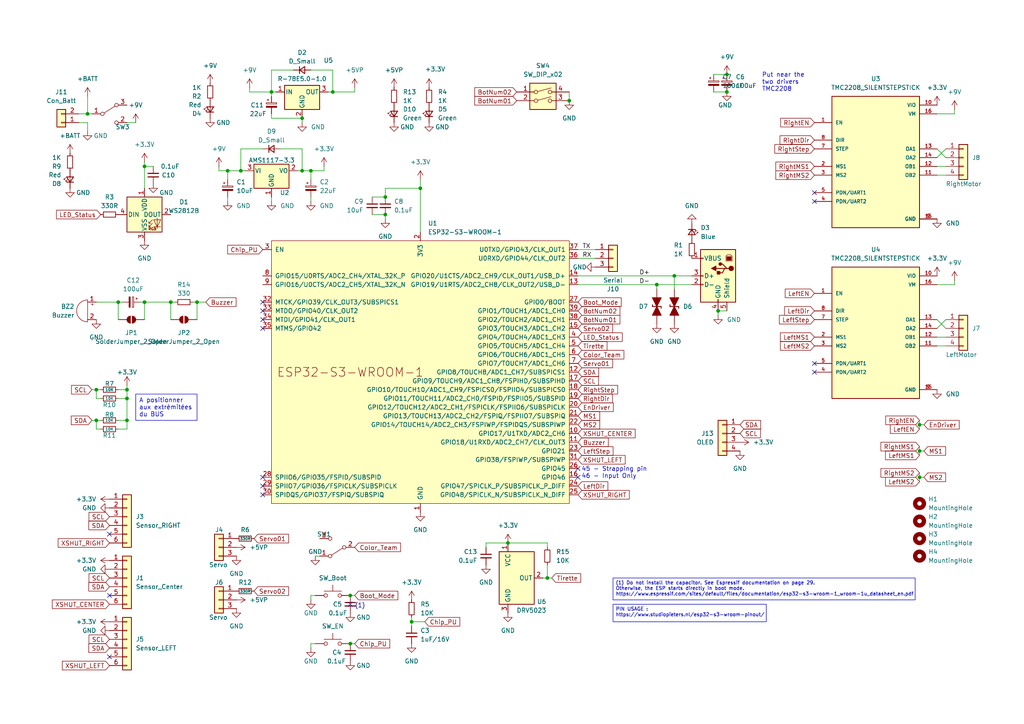
<source format=kicad_sch>
(kicad_sch (version 20231120) (generator "eeschema") (generator_version "8.0")
  (paper "A4")
  (junction (at 190.5 82.55))
  (junction (at 27.94 113.03))
  (junction (at 195.58 80.01))
  (junction (at 158.75 167.64))
  (junction (at 78.74 26.67))
  (junction (at 36.83 113.03))
  (junction (at 165.1 29.21))
  (junction (at 87.63 49.53))
  (junction (at 96.52 26.67))
  (junction (at 111.76 57.15))
  (junction (at 111.76 62.23))
  (junction (at 66.04 49.53))
  (junction (at 101.6 172.72))
  (junction (at 210.82 21.59))
  (junction (at 208.28 90.17))
  (junction (at 25.4 33.02))
  (junction (at 69.85 49.53))
  (junction (at 41.91 48.26))
  (junction (at 121.92 54.61))
  (junction (at 57.15 87.63))
  (junction (at 36.83 115.57))
  (junction (at 210.82 26.67))
  (junction (at 90.17 49.53))
  (junction (at 87.63 34.29))
  (junction (at 266.7 130.81))
  (junction (at 119.38 180.34))
  (junction (at 27.94 121.92))
  (junction (at 101.6 186.69))
  (junction (at 36.83 121.92))
  (junction (at 266.7 138.43))
  (junction (at 147.32 157.48))
  (junction (at 266.7 123.19))
  (junction (at 41.91 87.63))
  (junction (at 34.29 87.63))
  (junction (at 49.53 87.63))
  (no_connect (at 236.22 105.41))
  (no_connect (at 236.22 58.42))
  (no_connect (at 76.2 92.71))
  (no_connect (at 76.2 140.97))
  (no_connect (at 76.2 90.17))
  (no_connect (at 31.75 190.5))
  (no_connect (at 236.22 55.88))
  (no_connect (at 31.75 154.94))
  (no_connect (at 167.64 135.89))
  (no_connect (at 76.2 87.63))
  (no_connect (at 76.2 138.43))
  (no_connect (at 101.6 175.26))
  (no_connect (at 236.22 107.95))
  (no_connect (at 31.75 172.72))
  (no_connect (at 76.2 143.51))
  (no_connect (at 76.2 95.25))
  (no_connect (at 167.64 138.43))
  (wire (pts (xy 96.52 20.32) (xy 96.52 26.67)))
  (wire (pts (xy 36.83 113.03) (xy 36.83 115.57)))
  (wire (pts (xy 119.38 180.34) (xy 119.38 181.61)))
  (wire (pts (xy 57.15 87.63) (xy 57.15 92.71)))
  (wire (pts (xy 266.7 123.19) (xy 266.7 124.46)))
  (wire (pts (xy 165.1 26.67) (xy 165.1 29.21)))
  (wire (pts (xy 276.86 81.28) (xy 276.86 82.55)))
  (wire (pts (xy 34.29 87.63) (xy 35.56 87.63)))
  (wire (pts (xy 90.17 172.72) (xy 91.44 172.72)))
  (wire (pts (xy 90.17 20.32) (xy 96.52 20.32)))
  (wire (pts (xy 119.38 179.07) (xy 119.38 180.34)))
  (wire (pts (xy 140.97 157.48) (xy 147.32 157.48)))
  (wire (pts (xy 276.86 33.02) (xy 271.78 33.02)))
  (wire (pts (xy 107.95 62.23) (xy 111.76 62.23)))
  (wire (pts (xy 276.86 31.75) (xy 276.86 33.02)))
  (wire (pts (xy 111.76 57.15) (xy 111.76 54.61)))
  (wire (pts (xy 208.28 90.17) (xy 210.82 90.17)))
  (wire (pts (xy 27.94 115.57) (xy 27.94 113.03)))
  (wire (pts (xy 29.21 124.46) (xy 27.94 124.46)))
  (wire (pts (xy 207.01 26.67) (xy 210.82 26.67)))
  (wire (pts (xy 190.5 83.82) (xy 190.5 82.55)))
  (wire (pts (xy 78.74 26.67) (xy 78.74 27.94)))
  (wire (pts (xy 41.91 46.99) (xy 41.91 48.26)))
  (wire (pts (xy 101.6 172.72) (xy 102.87 172.72)))
  (wire (pts (xy 85.09 20.32) (xy 78.74 20.32)))
  (wire (pts (xy 266.7 138.43) (xy 267.97 138.43)))
  (wire (pts (xy 195.58 80.01) (xy 200.66 80.01)))
  (wire (pts (xy 207.01 21.59) (xy 210.82 21.59)))
  (wire (pts (xy 27.94 87.63) (xy 34.29 87.63)))
  (wire (pts (xy 90.17 57.15) (xy 90.17 58.42)))
  (wire (pts (xy 271.78 92.71) (xy 274.32 95.25)))
  (wire (pts (xy 41.91 48.26) (xy 44.45 48.26)))
  (wire (pts (xy 25.4 33.02) (xy 26.67 33.02)))
  (wire (pts (xy 91.44 161.29) (xy 92.71 161.29)))
  (wire (pts (xy 69.85 49.53) (xy 71.12 49.53)))
  (wire (pts (xy 29.21 115.57) (xy 27.94 115.57)))
  (wire (pts (xy 26.67 121.92) (xy 27.94 121.92)))
  (wire (pts (xy 55.88 87.63) (xy 57.15 87.63)))
  (wire (pts (xy 36.83 115.57) (xy 36.83 121.92)))
  (wire (pts (xy 49.53 87.63) (xy 49.53 92.71)))
  (wire (pts (xy 121.92 52.07) (xy 121.92 54.61)))
  (wire (pts (xy 63.5 49.53) (xy 66.04 49.53)))
  (wire (pts (xy 147.32 157.48) (xy 158.75 157.48)))
  (wire (pts (xy 167.64 82.55) (xy 190.5 82.55)))
  (wire (pts (xy 86.36 49.53) (xy 87.63 49.53)))
  (wire (pts (xy 90.17 186.69) (xy 91.44 186.69)))
  (wire (pts (xy 36.83 124.46) (xy 36.83 121.92)))
  (wire (pts (xy 266.7 129.54) (xy 266.7 130.81)))
  (wire (pts (xy 40.64 87.63) (xy 41.91 87.63)))
  (wire (pts (xy 72.39 25.4) (xy 72.39 26.67)))
  (wire (pts (xy 78.74 57.15) (xy 78.74 58.42)))
  (wire (pts (xy 266.7 123.19) (xy 267.97 123.19)))
  (wire (pts (xy 266.7 137.16) (xy 266.7 138.43)))
  (wire (pts (xy 96.52 26.67) (xy 102.87 26.67)))
  (wire (pts (xy 195.58 83.82) (xy 195.58 80.01)))
  (wire (pts (xy 22.86 33.02) (xy 25.4 33.02)))
  (wire (pts (xy 271.78 95.25) (xy 274.32 92.71)))
  (wire (pts (xy 119.38 180.34) (xy 123.19 180.34)))
  (wire (pts (xy 121.92 54.61) (xy 121.92 67.31)))
  (wire (pts (xy 41.91 48.26) (xy 41.91 54.61)))
  (wire (pts (xy 266.7 130.81) (xy 266.7 132.08)))
  (wire (pts (xy 271.78 97.79) (xy 274.32 97.79)))
  (wire (pts (xy 66.04 49.53) (xy 69.85 49.53)))
  (wire (pts (xy 271.78 45.72) (xy 274.32 43.18)))
  (wire (pts (xy 87.63 49.53) (xy 90.17 49.53)))
  (wire (pts (xy 25.4 35.56) (xy 25.4 38.1)))
  (wire (pts (xy 271.78 100.33) (xy 274.32 100.33)))
  (wire (pts (xy 102.87 26.67) (xy 102.87 25.4)))
  (wire (pts (xy 34.29 115.57) (xy 36.83 115.57)))
  (wire (pts (xy 167.64 72.39) (xy 172.72 72.39)))
  (wire (pts (xy 158.75 167.64) (xy 157.48 167.64)))
  (wire (pts (xy 34.29 121.92) (xy 36.83 121.92)))
  (wire (pts (xy 111.76 54.61) (xy 121.92 54.61)))
  (wire (pts (xy 87.63 34.29) (xy 87.63 35.56)))
  (wire (pts (xy 25.4 35.56) (xy 22.86 35.56)))
  (wire (pts (xy 69.85 43.18) (xy 69.85 49.53)))
  (wire (pts (xy 266.7 130.81) (xy 267.97 130.81)))
  (wire (pts (xy 167.64 74.93) (xy 172.72 74.93)))
  (wire (pts (xy 95.25 26.67) (xy 96.52 26.67)))
  (wire (pts (xy 36.83 111.76) (xy 36.83 113.03)))
  (wire (pts (xy 90.17 49.53) (xy 93.98 49.53)))
  (wire (pts (xy 140.97 157.48) (xy 140.97 158.75)))
  (wire (pts (xy 90.17 52.07) (xy 90.17 49.53)))
  (wire (pts (xy 81.28 43.18) (xy 87.63 43.18)))
  (wire (pts (xy 78.74 34.29) (xy 87.63 34.29)))
  (wire (pts (xy 93.98 49.53) (xy 93.98 48.26)))
  (wire (pts (xy 90.17 172.72) (xy 90.17 173.99)))
  (wire (pts (xy 90.17 187.96) (xy 90.17 186.69)))
  (wire (pts (xy 271.78 48.26) (xy 274.32 48.26)))
  (wire (pts (xy 266.7 121.92) (xy 266.7 123.19)))
  (wire (pts (xy 27.94 121.92) (xy 29.21 121.92)))
  (wire (pts (xy 158.75 158.75) (xy 158.75 157.48)))
  (wire (pts (xy 72.39 26.67) (xy 78.74 26.67)))
  (wire (pts (xy 76.2 43.18) (xy 69.85 43.18)))
  (wire (pts (xy 167.64 80.01) (xy 195.58 80.01)))
  (wire (pts (xy 78.74 33.02) (xy 78.74 34.29)))
  (wire (pts (xy 158.75 163.83) (xy 158.75 167.64)))
  (wire (pts (xy 25.4 27.94) (xy 25.4 33.02)))
  (wire (pts (xy 208.28 90.17) (xy 208.28 91.44)))
  (wire (pts (xy 101.6 186.69) (xy 102.87 186.69)))
  (wire (pts (xy 34.29 87.63) (xy 34.29 92.71)))
  (wire (pts (xy 27.94 124.46) (xy 27.94 121.92)))
  (wire (pts (xy 271.78 43.18) (xy 274.32 45.72)))
  (wire (pts (xy 57.15 87.63) (xy 59.69 87.63)))
  (wire (pts (xy 266.7 138.43) (xy 266.7 139.7)))
  (wire (pts (xy 26.67 113.03) (xy 27.94 113.03)))
  (wire (pts (xy 27.94 113.03) (xy 29.21 113.03)))
  (wire (pts (xy 66.04 49.53) (xy 66.04 52.07)))
  (wire (pts (xy 41.91 87.63) (xy 41.91 92.71)))
  (wire (pts (xy 87.63 43.18) (xy 87.63 49.53)))
  (wire (pts (xy 63.5 48.26) (xy 63.5 49.53)))
  (wire (pts (xy 78.74 20.32) (xy 78.74 26.67)))
  (wire (pts (xy 34.29 113.03) (xy 36.83 113.03)))
  (wire (pts (xy 111.76 62.23) (xy 111.76 63.5)))
  (wire (pts (xy 276.86 82.55) (xy 271.78 82.55)))
  (wire (pts (xy 66.04 57.15) (xy 66.04 58.42)))
  (wire (pts (xy 271.78 50.8) (xy 274.32 50.8)))
  (wire (pts (xy 190.5 82.55) (xy 200.66 82.55)))
  (wire (pts (xy 107.95 57.15) (xy 111.76 57.15)))
  (wire (pts (xy 41.91 87.63) (xy 49.53 87.63)))
  (wire (pts (xy 160.02 167.64) (xy 158.75 167.64)))
  (wire (pts (xy 34.29 124.46) (xy 36.83 124.46)))
  (wire (pts (xy 49.53 87.63) (xy 50.8 87.63)))
  (wire (pts (xy 39.37 35.56) (xy 36.83 35.56)))
  (wire (pts (xy 78.74 26.67) (xy 80.01 26.67)))
  (text_box "PIN USAGE : https://www.studiopieters.nl/esp32-s3-wroom-pinout/" (at 177.8 175.26 0) (size 44.45 5.08) (effects (font (size 1 1)) (justify left top)))
  (text_box "A positionner aux extrémitées du BUS" (at 39.37 114.3 0) (size 17.78 7.62) (effects (font (size 1.27 1.27)) (justify left top)))
  (text_box "(1) Do not install the capacitor. See Espressif documentation on page 29.\nOtherwise, the ESP starts directly in boot mode.\nhttps://www.espressif.com/sites/default/files/documentation/esp32-s3-wroom-1_wroom-1u_datasheet_en.pdf" (at 177.8 167.64 0) (size 87.63 6.35) (effects (font (size 1 1)) (justify left top)))
  (text "Put near the \ntwo drivers\nTMC2208" (at 220.98 26.67 0) (effects (font (size 1.27 1.27)) (justify left bottom)))
  (text "(1)" (at 102.87 176.53 0) (effects (font (size 1.27 1.27)) (justify left bottom)))
  (text "45 - Strapping pin\n46 - Input Only" (at 168.6558 138.9382 0) (effects (font (size 1.27 1.27)) (justify left bottom)))
  (label "D-" (at 185.42 82.55 0))
  (label "D+" (at 185.42 80.01 0))
  (label "TX" (at 168.91 72.39 0))
  (label "RX" (at 168.91 74.93 0))
  (global_label "EnDriver" (shape input) (at 167.64 118.11 0) (property "Intersheetrefs" "${INTERSHEET_REFS}" (effects (hide yes))))
  (global_label "LeftEN" (shape input) (at 266.7 124.46 180) (property "Intersheetrefs" "${INTERSHEET_REFS}" (effects (hide yes))))
  (global_label "SDA" (shape input) (at 214.63 123.19 0) (property "Intersheetrefs" "${INTERSHEET_REFS}" (effects (hide yes))))
  (global_label "MS2" (shape input) (at 167.64 123.19 0) (property "Intersheetrefs" "${INTERSHEET_REFS}" (effects (hide yes))))
  (global_label "Servo02" (shape input) (at 167.64 95.25 0) (property "Intersheetrefs" "${INTERSHEET_REFS}" (effects (hide yes))))
  (global_label "Servo02" (shape input) (at 73.66 171.45 0) (property "Intersheetrefs" "${INTERSHEET_REFS}" (effects (hide yes))))
  (global_label "SDA" (shape input) (at 26.67 121.92 180) (property "Intersheetrefs" "${INTERSHEET_REFS}" (effects (hide yes))))
  (global_label "MS1" (shape input) (at 167.64 120.65 0) (property "Intersheetrefs" "${INTERSHEET_REFS}" (effects (hide yes))))
  (global_label "LED_Status" (shape input) (at 29.21 62.23 180) (property "Intersheetrefs" "${INTERSHEET_REFS}" (effects (hide yes))))
  (global_label "RightMS1" (shape input) (at 236.22 48.26 180) (property "Intersheetrefs" "${INTERSHEET_REFS}" (effects (hide yes))))
  (global_label "LeftEN" (shape input) (at 236.22 85.09 180) (property "Intersheetrefs" "${INTERSHEET_REFS}" (effects (hide yes))))
  (global_label "Boot_Mode" (shape input) (at 102.87 172.72 0) (property "Intersheetrefs" "${INTERSHEET_REFS}" (effects (hide yes))))
  (global_label "LeftDir" (shape input) (at 236.22 90.17 180) (property "Intersheetrefs" "${INTERSHEET_REFS}" (effects (hide yes))))
  (global_label "Servo01" (shape input) (at 73.66 156.21 0) (property "Intersheetrefs" "${INTERSHEET_REFS}" (effects (hide yes))))
  (global_label "Tirette" (shape input) (at 160.02 167.64 0) (property "Intersheetrefs" "${INTERSHEET_REFS}" (effects (hide yes))))
  (global_label "LeftMS2" (shape input) (at 236.22 100.33 180) (property "Intersheetrefs" "${INTERSHEET_REFS}" (effects (hide yes))))
  (global_label "Chip_PU" (shape input) (at 102.87 186.69 0) (property "Intersheetrefs" "${INTERSHEET_REFS}" (effects (hide yes))))
  (global_label "BotNum02" (shape input) (at 149.86 26.67 180) (property "Intersheetrefs" "${INTERSHEET_REFS}" (effects (hide yes))))
  (global_label "SCL" (shape input) (at 26.67 113.03 180) (property "Intersheetrefs" "${INTERSHEET_REFS}" (effects (hide yes))))
  (global_label "BotNum01" (shape input) (at 167.64 92.71 0) (property "Intersheetrefs" "${INTERSHEET_REFS}" (effects (hide yes))))
  (global_label "MS2" (shape input) (at 267.97 138.43 0) (property "Intersheetrefs" "${INTERSHEET_REFS}" (effects (hide yes))))
  (global_label "RightEN" (shape input) (at 236.22 35.56 180) (property "Intersheetrefs" "${INTERSHEET_REFS}" (effects (hide yes))))
  (global_label "SCL" (shape input) (at 31.75 167.64 180) (property "Intersheetrefs" "${INTERSHEET_REFS}" (effects (hide yes))))
  (global_label "RightMS1" (shape input) (at 266.7 129.54 180) (property "Intersheetrefs" "${INTERSHEET_REFS}" (effects (hide yes))))
  (global_label "SCL" (shape input) (at 167.64 110.49 0) (property "Intersheetrefs" "${INTERSHEET_REFS}" (effects (hide yes))))
  (global_label "SDA" (shape input) (at 31.75 187.96 180) (property "Intersheetrefs" "${INTERSHEET_REFS}" (effects (hide yes))))
  (global_label "Tirette" (shape input) (at 167.64 100.33 0) (property "Intersheetrefs" "${INTERSHEET_REFS}" (effects (hide yes))))
  (global_label "RightMS2" (shape input) (at 266.7 137.16 180) (property "Intersheetrefs" "${INTERSHEET_REFS}" (effects (hide yes))))
  (global_label "EnDriver" (shape input) (at 267.97 123.19 0) (property "Intersheetrefs" "${INTERSHEET_REFS}" (effects (hide yes))))
  (global_label "XSHUT_RIGHT" (shape input) (at 167.64 143.51 0) (property "Intersheetrefs" "${INTERSHEET_REFS}" (effects (hide yes))))
  (global_label "XSHUT_LEFT" (shape input) (at 31.75 193.04 180) (property "Intersheetrefs" "${INTERSHEET_REFS}" (effects (hide yes))))
  (global_label "SDA" (shape input) (at 31.75 170.18 180) (property "Intersheetrefs" "${INTERSHEET_REFS}" (effects (hide yes))))
  (global_label "SCL" (shape input) (at 31.75 149.86 180) (property "Intersheetrefs" "${INTERSHEET_REFS}" (effects (hide yes))))
  (global_label "XSHUT_RIGHT" (shape input) (at 31.75 157.48 180) (property "Intersheetrefs" "${INTERSHEET_REFS}" (effects (hide yes))))
  (global_label "LeftStep" (shape input) (at 236.22 92.71 180) (property "Intersheetrefs" "${INTERSHEET_REFS}" (effects (hide yes))))
  (global_label "RightMS2" (shape input) (at 236.22 50.8 180) (property "Intersheetrefs" "${INTERSHEET_REFS}" (effects (hide yes))))
  (global_label "LeftMS1" (shape input) (at 266.7 132.08 180) (property "Intersheetrefs" "${INTERSHEET_REFS}" (effects (hide yes))))
  (global_label "RightEN" (shape input) (at 266.7 121.92 180) (property "Intersheetrefs" "${INTERSHEET_REFS}" (effects (hide yes))))
  (global_label "Boot_Mode" (shape input) (at 167.64 87.63 0) (property "Intersheetrefs" "${INTERSHEET_REFS}" (effects (hide yes))))
  (global_label "LeftStep" (shape input) (at 167.64 130.81 0) (property "Intersheetrefs" "${INTERSHEET_REFS}" (effects (hide yes))))
  (global_label "LeftMS2" (shape input) (at 266.7 139.7 180) (property "Intersheetrefs" "${INTERSHEET_REFS}" (effects (hide yes))))
  (global_label "XSHUT_CENTER" (shape input) (at 167.64 125.73 0) (property "Intersheetrefs" "${INTERSHEET_REFS}" (effects (hide yes))))
  (global_label "SCL" (shape input) (at 214.63 125.73 0) (property "Intersheetrefs" "${INTERSHEET_REFS}" (effects (hide yes))))
  (global_label "RightStep" (shape input) (at 167.64 113.03 0) (property "Intersheetrefs" "${INTERSHEET_REFS}" (effects (hide yes))))
  (global_label "Chip_PU" (shape input) (at 76.2 72.39 180) (property "Intersheetrefs" "${INTERSHEET_REFS}" (effects (hide yes))))
  (global_label "RightDir" (shape input) (at 167.64 115.57 0) (property "Intersheetrefs" "${INTERSHEET_REFS}" (effects (hide yes))))
  (global_label "BotNum02" (shape input) (at 167.64 90.17 0) (property "Intersheetrefs" "${INTERSHEET_REFS}" (effects (hide yes))))
  (global_label "Servo01" (shape input) (at 167.64 105.41 0) (property "Intersheetrefs" "${INTERSHEET_REFS}" (effects (hide yes))))
  (global_label "RightDir" (shape input) (at 236.22 40.64 180) (property "Intersheetrefs" "${INTERSHEET_REFS}" (effects (hide yes))))
  (global_label "MS1" (shape input) (at 267.97 130.81 0) (property "Intersheetrefs" "${INTERSHEET_REFS}" (effects (hide yes))))
  (global_label "LeftDir" (shape input) (at 167.64 140.97 0) (property "Intersheetrefs" "${INTERSHEET_REFS}" (effects (hide yes))))
  (global_label "XSHUT_LEFT" (shape input) (at 167.64 133.35 0) (property "Intersheetrefs" "${INTERSHEET_REFS}" (effects (hide yes))))
  (global_label "Buzzer" (shape input) (at 167.64 128.27 0) (property "Intersheetrefs" "${INTERSHEET_REFS}" (effects (hide yes))))
  (global_label "SCL" (shape input) (at 31.75 185.42 180) (property "Intersheetrefs" "${INTERSHEET_REFS}" (effects (hide yes))))
  (global_label "LED_Status" (shape input) (at 167.64 97.79 0) (property "Intersheetrefs" "${INTERSHEET_REFS}" (effects (hide yes))))
  (global_label "Chip_PU" (shape input) (at 123.19 180.34 0) (property "Intersheetrefs" "${INTERSHEET_REFS}" (effects (hide yes))))
  (global_label "Buzzer" (shape input) (at 59.69 87.63 0) (property "Intersheetrefs" "${INTERSHEET_REFS}" (effects (hide yes))))
  (global_label "Color_Team" (shape input) (at 167.64 102.87 0) (property "Intersheetrefs" "${INTERSHEET_REFS}" (effects (hide yes))))
  (global_label "RightStep" (shape input) (at 236.22 43.18 180) (property "Intersheetrefs" "${INTERSHEET_REFS}" (effects (hide yes))))
  (global_label "LeftMS1" (shape input) (at 236.22 97.79 180) (property "Intersheetrefs" "${INTERSHEET_REFS}" (effects (hide yes))))
  (global_label "BotNum01" (shape input) (at 149.86 29.21 180) (property "Intersheetrefs" "${INTERSHEET_REFS}" (effects (hide yes))))
  (global_label "SDA" (shape input) (at 31.75 152.4 180) (property "Intersheetrefs" "${INTERSHEET_REFS}" (effects (hide yes))))
  (global_label "Color_Team" (shape input) (at 102.87 158.75 0) (property "Intersheetrefs" "${INTERSHEET_REFS}" (effects (hide yes))))
  (global_label "XSHUT_CENTER" (shape input) (at 31.75 175.26 180) (property "Intersheetrefs" "${INTERSHEET_REFS}" (effects (hide yes))))
  (global_label "SDA" (shape input) (at 167.64 107.95 0) (property "Intersheetrefs" "${INTERSHEET_REFS}" (effects (hide yes))))
  (symbol (lib_id "Mechanical:MountingHole") (at 266.7 146.05 0) (unit 1)
    (property "Reference" "H1" (at 269.24 144.78 0) (effects (justify left)))
    (property "Value" "MountingHole" (at 269.24 147.32 0) (effects (justify left)))
    (property "Footprint" "MountingHole:MountingHole_3.2mm_M3" (effects (hide yes)))
  )
  (symbol (lib_id "Device:C_Polarized_Small") (at 66.04 54.61 0) (unit 1)
    (property "Reference" "C1" (at 68.58 52.7938 0) (effects (justify left)))
    (property "Value" "10uF" (at 68.58 55.3338 0) (effects (justify left)))
    (property "Footprint" "Capacitor_SMD:CP_Elec_5x5.4" (effects (hide yes)))
  )
  (symbol (lib_id "power:+5VP") (at 102.87 25.4 0) (unit 1)
    (property "Reference" "#PWR030" (effects (hide yes)))
    (property "Value" "+5VP" (at 102.87 20.32 0))
    (property "Description" "Power symbol creates a global label with name \"+5VP\"" (effects (hide yes)))
  )
  (symbol (lib_id "Device:C_Small") (at 119.38 184.15 0) (unit 1)
    (property "Reference" "C3" (at 121.92 182.8863 0) (effects (justify left)))
    (property "Value" "1uF/16V" (at 121.92 185.4263 0) (effects (justify left)))
    (property "Footprint" "Capacitor_SMD:C_1206_3216Metric" (effects (hide yes)))
  )
  (symbol (lib_id "power:+3.3V") (at 271.78 30.48 0) (unit 1)
    (property "Reference" "#PWR037" (effects (hide yes)))
    (property "Value" "+3.3V" (at 271.78 25.4 0))
  )
  (symbol (lib_id "power:GND") (at 41.91 69.85 0) (unit 1)
    (property "Reference" "#PWR02" (effects (hide yes)))
    (property "Value" "GND" (at 41.91 74.93 0))
  )
  (symbol (lib_id "Connector:USB_B") (at 208.28 80.01 0) (mirror y) (unit 1)
    (property "Reference" "J2" (effects (hide yes)))
    (property "Value" "USB_B" (effects (hide yes)))
    (property "Footprint" "Connector_USB:USB_B_Lumberg_2411_02_Horizontal" (effects (hide yes)))
    (property "Datasheet" " ~" (effects (hide yes)))
  )
  (symbol (lib_id "power:GND") (at 140.97 163.83 0) (unit 1)
    (property "Reference" "#PWR016" (effects (hide yes)))
    (property "Value" "GND" (at 140.97 168.91 0))
  )
  (symbol (lib_id "power:GND") (at 271.78 63.5 0) (unit 1)
    (property "Reference" "#PWR011" (effects (hide yes)))
    (property "Value" "GND" (at 274.32 64.7699 0) (effects (justify left)))
  )
  (symbol (lib_id "Connector_Generic:Conn_01x02") (at 17.78 35.56 180) (unit 1)
    (property "Reference" "J11" (at 17.78 26.67 0))
    (property "Value" "Con_Batt" (at 17.78 29.21 0))
    (property "Footprint" "Connector_Molex:Molex_KK-254_AE-6410-02A_1x02_P2.54mm_Vertical" (effects (hide yes)))
  )
  (symbol (lib_id "power:GND") (at 147.32 177.8 0) (unit 1)
    (property "Reference" "#PWR061" (effects (hide yes)))
    (property "Value" "GND" (at 147.32 182.88 0))
  )
  (symbol (lib_id "power:+9V") (at 63.5 48.26 0) (unit 1)
    (property "Reference" "#PWR09" (effects (hide yes)))
    (property "Value" "+9V" (at 63.5 43.18 0))
    (property "Description" "Power symbol creates a global label with name \"+9V\"" (effects (hide yes)))
  )
  (symbol (lib_id "Connector_Generic:Conn_01x04") (at 279.4 95.25 0) (unit 1)
    (property "Reference" "J7" (at 281.94 95.25 0) (effects (justify left)))
    (property "Value" "LeftMotor" (at 274.32 102.87 0) (effects (justify left)))
    (property "Footprint" "Connector_PinHeader_2.54mm:PinHeader_1x04_P2.54mm_Vertical" (effects (hide yes)))
  )
  (symbol (lib_id "power:GND") (at 165.1 29.21 0) (unit 1)
    (property "Reference" "#PWR054" (effects (hide yes)))
    (property "Value" "GND" (at 165.1 34.29 0))
  )
  (symbol (lib_id "power:GND") (at 210.82 26.67 0) (unit 1)
    (property "Reference" "#PWR041" (effects (hide yes)))
    (property "Value" "GND" (at 208.28 30.48 0) (effects (justify left)))
  )
  (symbol (lib_id "power:+3.3V") (at 31.75 162.56 90) (unit 1)
    (property "Reference" "#PWR08" (effects (hide yes)))
    (property "Value" "+3.3V" (at 27.94 162.56 90) (effects (justify left)))
  )
  (symbol (lib_id "Device:R_Small") (at 31.75 62.23 270) (unit 1)
    (property "Reference" "R3" (at 31.75 57.15 90))
    (property "Value" "330R" (at 31.75 59.69 90))
    (property "Footprint" "Resistor_SMD:R_1206_3216Metric_Pad1.30x1.75mm_HandSolder" (effects (hide yes)))
  )
  (symbol (lib_id "Device:R_Small") (at 158.75 161.29 180) (unit 1)
    (property "Reference" "R15" (at 161.29 160.0199 0) (effects (justify right)))
    (property "Value" "10K" (at 161.29 162.5599 0) (effects (justify right)))
    (property "Footprint" "Resistor_SMD:R_1206_3216Metric_Pad1.30x1.75mm_HandSolder" (effects (hide yes)))
  )
  (symbol (lib_id "Connector_Generic:Conn_01x03") (at 63.5 173.99 0) (mirror y) (unit 1)
    (property "Reference" "J6" (at 64.77 168.91 0) (effects (justify left)))
    (property "Value" "Servo" (at 66.04 179.07 0) (effects (justify left)))
    (property "Footprint" "Connector_PinHeader_2.54mm:PinHeader_1x03_P2.54mm_Vertical" (effects (hide yes)))
  )
  (symbol (lib_id "Device:R_Small") (at 71.12 156.21 270) (mirror x) (unit 1)
    (property "Reference" "R6" (at 71.12 153.67 90))
    (property "Value" "330R" (at 71.12 156.21 90) (effects (font (size 0.8 0.8))))
    (property "Footprint" "Resistor_SMD:R_1206_3216Metric_Pad1.30x1.75mm_HandSolder" (effects (hide yes)))
  )
  (symbol (lib_id "Mechanical:MountingHole") (at 266.7 156.21 0) (unit 1)
    (property "Reference" "H3" (at 269.24 154.94 0) (effects (justify left)))
    (property "Value" "MountingHole" (at 269.24 157.48 0) (effects (justify left)))
    (property "Footprint" "MountingHole:MountingHole_3.2mm_M3" (effects (hide yes)))
  )
  (symbol (lib_id "Device:R_Small") (at 31.75 115.57 270) (mirror x) (unit 1)
    (property "Reference" "R10" (at 31.7362 117.419 90))
    (property "Value" "10K" (at 31.75 115.57 90) (effects (font (size 0.8 0.8))))
    (property "Footprint" "Resistor_SMD:R_1206_3216Metric_Pad1.30x1.75mm_HandSolder" (effects (hide yes)))
  )
  (symbol (lib_id "power:+BATT") (at 20.32 44.45 0) (unit 1)
    (property "Reference" "#PWR049" (effects (hide yes)))
    (property "Value" "+BATT" (at 20.32 39.37 0))
  )
  (symbol (lib_id "Device:R_Small") (at 200.66 72.39 0) (unit 1)
    (property "Reference" "R1" (at 198.12 71.12 0) (effects (justify right)))
    (property "Value" "1K" (at 198.12 73.66 0) (effects (justify right)))
    (property "Footprint" "Resistor_SMD:R_1206_3216Metric_Pad1.30x1.75mm_HandSolder" (effects (hide yes)))
  )
  (symbol (lib_id "power:GND") (at 25.4 38.1 0) (unit 1)
    (property "Reference" "#PWR044" (effects (hide yes)))
    (property "Value" "GND" (at 29.21 39.37 0))
  )
  (symbol (lib_id "power:+3.3V") (at 31.75 180.34 90) (unit 1)
    (property "Reference" "#PWR033" (effects (hide yes)))
    (property "Value" "+3.3V" (at 27.94 180.34 90) (effects (justify left)))
  )
  (symbol (lib_id "power:GND") (at 31.75 182.88 270) (mirror x) (unit 1)
    (property "Reference" "#PWR034" (effects (hide yes)))
    (property "Value" "GND" (at 27.94 182.8799 90) (effects (justify right)))
  )
  (symbol (lib_id "power:+3.3V") (at 31.75 144.78 90) (unit 1)
    (property "Reference" "#PWR031" (effects (hide yes)))
    (property "Value" "+3.3V" (at 27.94 144.78 90) (effects (justify left)))
  )
  (symbol (lib_id "Connector_Generic:Conn_01x03") (at 63.5 158.75 0) (mirror y) (unit 1)
    (property "Reference" "J4" (at 64.77 153.67 0) (effects (justify left)))
    (property "Value" "Servo" (at 66.04 163.83 0) (effects (justify left)))
    (property "Footprint" "Connector_PinHeader_2.54mm:PinHeader_1x03_P2.54mm_Vertical" (effects (hide yes)))
  )
  (symbol (lib_id "power:GND") (at 90.17 58.42 0) (unit 1)
    (property "Reference" "#PWR058" (effects (hide yes)))
    (property "Value" "GND" (at 92.71 59.6899 0) (effects (justify left)))
  )
  (symbol (lib_id "Device:R_Small") (at 53.34 87.63 270) (unit 1)
    (property "Reference" "R14" (at 53.34 82.55 90))
    (property "Value" "330" (at 53.34 85.09 90))
    (property "Footprint" "Resistor_SMD:R_1206_3216Metric_Pad1.30x1.75mm_HandSolder" (effects (hide yes)))
  )
  (symbol (lib_id "power:GND") (at 121.92 148.59 0) (unit 1)
    (property "Reference" "#PWR03" (effects (hide yes)))
    (property "Value" "GND" (at 121.92 153.67 0))
  )
  (symbol (lib_id "Regulator_Switching:R-78E3.3-1.0") (at 87.63 26.67 0) (unit 1)
    (property "Reference" "U5" (at 95.25 17.526 0))
    (property "Value" "R-78E5.0-1.0" (at 87.63 22.86 0))
    (property "Footprint" "Converter_DCDC:Converter_DCDC_RECOM_R-78E-0.5_THT" (effects (hide yes)))
    (property "Datasheet" "https://www.recom-power.com/pdf/Innoline/R-78Exx-1.0.pdf" (effects (hide yes)))
    (property "Description" "1A Step-Down DC/DC-Regulator, 6-28V input, 3.3V fixed Output Voltage, LM78xx replacement, -40°C to +85°C, SIP3" (effects (hide yes)))
  )
  (symbol (lib_id "power:GND") (at 190.5 93.98 0) (unit 1)
    (property "Reference" "#PWR046" (effects (hide yes)))
    (property "Value" "GND" (at 190.5 99.06 0))
  )
  (symbol (lib_id "power:GND") (at 68.58 176.53 0) (mirror y) (unit 1)
    (property "Reference" "#PWR039" (effects (hide yes)))
    (property "Value" "GND" (at 68.58 181.61 0))
  )
  (symbol (lib_id "power:GND") (at 66.04 58.42 0) (unit 1)
    (property "Reference" "#PWR056" (effects (hide yes)))
    (property "Value" "GND" (at 68.58 59.69 0) (effects (justify left)))
  )
  (symbol (lib_id "power:+5VP") (at 68.58 158.75 270) (unit 1)
    (property "Reference" "#PWR01" (effects (hide yes)))
    (property "Value" "+5VP" (at 72.39 158.7499 90) (effects (justify left)))
    (property "Description" "Power symbol creates a global label with name \"+5VP\"" (effects (hide yes)))
  )
  (symbol (lib_id "power:GND") (at 208.28 91.44 0) (unit 1)
    (property "Reference" "#PWR014" (effects (hide yes)))
    (property "Value" "GND" (at 210.82 92.7099 0) (effects (justify left)))
  )
  (symbol (lib_id "Device:D_Small") (at 78.74 43.18 0) (unit 1)
    (property "Reference" "D9" (at 78.74 38.1 0))
    (property "Value" "D_Small" (at 78.74 40.64 0))
    (property "Footprint" "Diode_SMD:D_SMA_Handsoldering" (effects (hide yes)))
  )
  (symbol (lib_id "power:+3.3V") (at 41.91 46.99 0) (unit 1)
    (property "Reference" "#PWR019" (effects (hide yes)))
    (property "Value" "+3.3V" (at 41.91 41.91 0))
  )
  (symbol (lib_id "Device:C_Polarized_Small") (at 210.82 24.13 0) (unit 1)
    (property "Reference" "C6" (at 213.36 22.3139 0) (effects (justify left)))
    (property "Value" "100uF" (at 213.36 24.8539 0) (effects (justify left)))
    (property "Footprint" "Capacitor_THT:CP_Radial_D8.0mm_P3.50mm" (effects (hide yes)))
    (property "Datasheet" "https://fr.rs-online.com/web/p/condensateurs-electrolytiques-aluminium/7060582" (effects (hide yes)))
  )
  (symbol (lib_id "power:GND") (at 172.72 77.47 270) (unit 1)
    (property "Reference" "#PWR035" (effects (hide yes)))
    (property "Value" "GND" (at 170.18 77.47 90) (effects (justify right)))
  )
  (symbol (lib_id "power:GND") (at 91.44 161.29 0) (unit 1)
    (property "Reference" "#PWR053" (effects (hide yes)))
    (property "Value" "GND" (at 91.44 160.02 0))
  )
  (symbol (lib_id "Jumper:SolderJumper_2_Open") (at 53.34 92.71 0) (unit 1) (exclude_from_sim yes) (in_bom no)
    (property "Reference" "JP2" (at 53.34 96.52 0))
    (property "Value" "SolderJumper_2_Open" (at 53.34 99.06 0))
    (property "Footprint" "Jumper:SolderJumper-2_P1.3mm_Open_RoundedPad1.0x1.5mm" (effects (hide yes)))
    (property "Description" "Solder Jumper, 2-pole, open" (effects (hide yes)))
  )
  (symbol (lib_id "power:GND") (at 114.3 35.56 0) (unit 1)
    (property "Reference" "#PWR060" (effects (hide yes)))
    (property "Value" "GND" (at 118.11 36.83 0))
  )
  (symbol (lib_id "Mechanical:MountingHole") (at 266.7 151.13 0) (unit 1)
    (property "Reference" "H2" (at 269.24 149.86 0) (effects (justify left)))
    (property "Value" "MountingHole" (at 269.24 152.4 0) (effects (justify left)))
    (property "Footprint" "MountingHole:MountingHole_3.2mm_M3" (effects (hide yes)))
  )
  (symbol (lib_id "power:+3.3V") (at 124.46 25.4 0) (unit 1)
    (property "Reference" "#PWR020" (effects (hide yes)))
    (property "Value" "+3.3V" (at 126.238 20.066 0))
  )
  (symbol (lib_id "Switch:SW_Push") (at 96.52 186.69 0) (unit 1)
    (property "Reference" "SWEn1" (effects (hide yes)))
    (property "Value" "SW_EN" (at 96.52 181.61 0))
    (property "Footprint" "Button_Switch_SMD:SW_SPST_CK_RS282G05A3" (effects (hide yes)))
  )
  (symbol (lib_id "Connector_Generic:Conn_01x04") (at 279.4 45.72 0) (unit 1)
    (property "Reference" "J8" (at 281.94 45.72 0) (effects (justify left)))
    (property "Value" "RightMotor" (at 274.32 53.34 0) (effects (justify left)))
    (property "Footprint" "Connector_PinHeader_2.54mm:PinHeader_1x04_P2.54mm_Vertical" (effects (hide yes)))
  )
  (symbol (lib_id "power:GND") (at 101.6 191.77 0) (unit 1)
    (property "Reference" "#PWR024" (effects (hide yes)))
    (property "Value" "GND" (at 105.41 193.04 0))
  )
  (symbol (lib_id "power:GND") (at 87.63 35.56 0) (unit 1)
    (property "Reference" "#PWR07" (effects (hide yes)))
    (property "Value" "GND" (at 90.17 36.8299 0) (effects (justify left)))
  )
  (symbol (lib_id "Device:C_Small") (at 44.45 50.8 180) (unit 1)
    (property "Reference" "C10" (at 50.8 50.8 0) (effects (justify left)))
    (property "Value" "0.1uF" (at 52.07 48.26 0) (effects (justify left)))
    (property "Footprint" "Capacitor_SMD:C_1206_3216Metric" (effects (hide yes)))
  )
  (symbol (lib_id "power:GND") (at 111.76 63.5 0) (unit 1)
    (property "Reference" "#PWR042" (effects (hide yes)))
    (property "Value" "GND" (at 111.76 68.58 0))
  )
  (symbol (lib_id "Device:R_Small") (at 31.75 121.92 270) (mirror x) (unit 1)
    (property "Reference" "R8" (at 31.7498 120.2485 90))
    (property "Value" "10K" (at 31.75 121.92 90) (effects (font (size 0.8 0.8))))
    (property "Footprint" "Resistor_SMD:R_1206_3216Metric_Pad1.30x1.75mm_HandSolder" (effects (hide yes)))
  )
  (symbol (lib_id "power:GND") (at 44.45 53.34 0) (unit 1)
    (property "Reference" "#PWR048" (effects (hide yes)))
    (property "Value" "GND" (at 48.26 55.88 0))
  )
  (symbol (lib_id "Switch:SW_Push") (at 96.52 172.72 0) (unit 1)
    (property "Reference" "SWBoot1" (effects (hide yes)))
    (property "Value" "SW_Boot" (at 96.52 167.64 0))
    (property "Footprint" "Button_Switch_SMD:SW_SPST_CK_RS282G05A3" (effects (hide yes)))
  )
  (symbol (lib_id "Device:R_Small") (at 31.75 124.46 270) (mirror x) (unit 1)
    (property "Reference" "R11" (at 31.7498 126.2749 90))
    (property "Value" "10K" (at 31.75 124.46 90) (effects (font (size 0.8 0.8))))
    (property "Footprint" "Resistor_SMD:R_1206_3216Metric_Pad1.30x1.75mm_HandSolder" (effects (hide yes)))
  )
  (symbol (lib_id "Device:R_Small") (at 20.32 46.99 180) (unit 1)
    (property "Reference" "R9" (at 17.78 48.26 0) (effects (justify left)))
    (property "Value" "1K" (at 17.78 45.72 0) (effects (justify left)))
    (property "Footprint" "Resistor_SMD:R_1206_3216Metric_Pad1.30x1.75mm_HandSolder" (effects (hide yes)))
  )
  (symbol (lib_id "Device:R_Small") (at 60.96 26.67 180) (unit 1)
    (property "Reference" "R2" (at 58.42 27.94 0) (effects (justify left)))
    (property "Value" "1K" (at 58.42 25.4 0) (effects (justify left)))
    (property "Footprint" "Resistor_SMD:R_1206_3216Metric_Pad1.30x1.75mm_HandSolder" (effects (hide yes)))
  )
  (symbol (lib_id "Device:R_Small") (at 119.38 176.53 0) (unit 1)
    (property "Reference" "R5" (at 121.92 175.26 0) (effects (justify left)))
    (property "Value" "10K" (at 121.92 177.8 0) (effects (justify left)))
    (property "Footprint" "Resistor_SMD:R_1206_3216Metric_Pad1.30x1.75mm_HandSolder" (effects (hide yes)))
  )
  (symbol (lib_id "power:GND") (at 31.75 147.32 270) (mirror x) (unit 1)
    (property "Reference" "#PWR032" (effects (hide yes)))
    (property "Value" "GND" (at 27.94 147.3199 90) (effects (justify right)))
  )
  (symbol (lib_id "power:+BATT") (at 25.4 27.94 0) (unit 1)
    (property "Reference" "#PWR045" (effects (hide yes)))
    (property "Value" "+BATT" (at 25.4 22.86 0))
  )
  (symbol (lib_id "power:+9V") (at 276.86 81.28 0) (unit 1)
    (property "Reference" "#PWR05" (effects (hide yes)))
    (property "Value" "+9V" (at 276.86 76.2 0))
    (property "Description" "Power symbol creates a global label with name \"+9V\"" (effects (hide yes)))
  )
  (symbol (lib_id "power:GND") (at 200.66 64.77 180) (unit 1)
    (property "Reference" "#PWR015" (effects (hide yes)))
    (property "Value" "GND" (at 200.66 59.69 0))
  )
  (symbol (lib_id "power:+5VP") (at 68.58 173.99 270) (unit 1)
    (property "Reference" "#PWR06" (effects (hide yes)))
    (property "Value" "+5VP" (at 72.39 173.9899 90) (effects (justify left)))
    (property "Description" "Power symbol creates a global label with name \"+5VP\"" (effects (hide yes)))
  )
  (symbol (lib_id "PCM_Diode_TVS_AKL:D_TVS_Bidirectional_Generic") (at 190.5 88.9 90) (unit 1)
    (property "Reference" "D7" (at 187.96 88.9 90) (effects (justify left)))
    (property "Value" "D_TVS_Bidirectional_Generic" (effects (hide yes)))
    (property "Footprint" "Diode_SMD:D_SOD-523" (effects (hide yes)))
  )
  (symbol (lib_id "power:+3.3V") (at 271.78 80.01 0) (unit 1)
    (property "Reference" "#PWR038" (effects (hide yes)))
    (property "Value" "+3.3V" (at 271.78 74.93 0))
  )
  (symbol (lib_id "power:+9V") (at 72.39 25.4 0) (unit 1)
    (property "Reference" "#PWR055" (effects (hide yes)))
    (property "Value" "+9V" (at 72.39 20.32 0))
    (property "Description" "Power symbol creates a global label with name \"+9V\"" (effects (hide yes)))
  )
  (symbol (lib_id "Switch:SW_SPDT") (at 97.79 158.75 180) (unit 1)
    (property "Reference" "SW1" (at 93.98 154.94 0))
    (property "Value" "SW_SPDT" (effects (hide yes)))
    (property "Footprint" "footprints:SK-12D10 1P2T" (effects (hide yes)))
  )
  (symbol (lib_id "Device:CP_Small") (at 38.1 87.63 270) (unit 1)
    (property "Reference" "C12" (at 38.6461 81.28 90))
    (property "Value" "100uF" (at 38.6461 83.82 90))
    (property "Footprint" "Capacitor_SMD:CP_Elec_5x5.4" (effects (hide yes)))
  )
  (symbol (lib_id "Device:R_Small") (at 114.3 27.94 180) (unit 1)
    (property "Reference" "R13" (at 116.84 26.67 0) (effects (justify right)))
    (property "Value" "1K" (at 116.84 29.21 0) (effects (justify right)))
    (property "Footprint" "Resistor_SMD:R_1206_3216Metric_Pad1.30x1.75mm_HandSolder" (effects (hide yes)))
  )
  (symbol (lib_id "power:+9V") (at 210.82 21.59 0) (unit 1)
    (property "Reference" "#PWR013" (effects (hide yes)))
    (property "Value" "+9V" (at 210.82 16.51 0))
    (property "Description" "Power symbol creates a global label with name \"+9V\"" (effects (hide yes)))
  )
  (symbol (lib_id "Device:D_Small") (at 87.63 20.32 0) (unit 1)
    (property "Reference" "D2" (at 87.63 15.24 0))
    (property "Value" "D_Small" (at 87.63 17.78 0))
    (property "Footprint" "Diode_SMD:D_SMA_Handsoldering" (effects (hide yes)))
  )
  (symbol (lib_id "PAMI-2025:TMC2208_SILENTSTEPSTICK") (at 254 45.72 0) (unit 1)
    (property "Reference" "U3" (at 254 22.86 0))
    (property "Value" "TMC2208_SILENTSTEPSTICK" (at 254 25.4 0))
    (property "Footprint" "PAMI-2025:Step-Stick Driver Bottom Entry Version" (effects (hide yes)))
    (property "Description" "\nTMC2208 Motor Controller/Driver, Stepper Power Management Evaluation Board\n" (effects (hide yes)))
    (property "MF" "Trinamic Motion" (effects (hide yes)))
    (property "Package" "None" (effects (hide yes)))
    (property "Price" "None" (effects (hide yes)))
    (property "Check_prices" "https://www.snapeda.com/parts/TMC2208%20SILENTSTEPSTICK/Trinamic+Motion+Control+GmbH/view-part/?ref=eda" (effects (hide yes)))
    (property "SnapEDA_Link" "https://www.snapeda.com/parts/TMC2208%20SILENTSTEPSTICK/Trinamic+Motion+Control+GmbH/view-part/?ref=snap" (effects (hide yes)))
    (property "MP" "TMC2208 SILENTSTEPSTICK" (effects (hide yes)))
    (property "Availability" "In Stock" (effects (hide yes)))
    (property "MANUFACTURER" "Trinamic Motion" (effects (hide yes)))
  )
  (symbol (lib_id "Device:LED_Small") (at 124.46 33.02 90) (unit 1)
    (property "Reference" "D5" (at 127 31.6865 90) (effects (justify right)))
    (property "Value" "Green" (at 127 34.2265 90) (effects (justify right)))
    (property "Footprint" "LED_SMD:LED_1206_3216Metric" (effects (hide yes)))
  )
  (symbol (lib_id "power:GND") (at 78.74 58.42 0) (unit 1)
    (property "Reference" "#PWR057" (effects (hide yes)))
    (property "Value" "GND" (at 81.28 59.6899 0) (effects (justify left)))
  )
  (symbol (lib_id "Device:R_Small") (at 31.75 113.03 270) (mirror x) (unit 1)
    (property "Reference" "R7" (at 31.7498 111.2974 90))
    (property "Value" "10K" (at 31.75 113.03 90) (effects (font (size 0.8 0.8))))
    (property "Footprint" "Resistor_SMD:R_1206_3216Metric_Pad1.30x1.75mm_HandSolder" (effects (hide yes)))
  )
  (symbol (lib_id "power:GND") (at 90.17 187.96 0) (unit 1)
    (property "Reference" "#PWR025" (effects (hide yes)))
    (property "Value" "GND" (at 90.17 191.77 0))
  )
  (symbol (lib_id "power:+3.3V") (at 119.38 173.99 0) (unit 1)
    (property "Reference" "#PWR022" (effects (hide yes)))
    (property "Value" "+3.3V" (at 119.38 168.91 0))
  )
  (symbol (lib_id "Device:C_Polarized_Small") (at 207.01 24.13 0) (unit 1)
    (property "Reference" "C7" (at 209.55 22.3139 0) (effects (justify left)))
    (property "Value" "100uF" (at 209.55 24.8539 0) (effects (justify left)))
    (property "Footprint" "Capacitor_THT:CP_Radial_D8.0mm_P3.50mm" (effects (hide yes)))
    (property "Datasheet" "https://fr.rs-online.com/web/p/condensateurs-electrolytiques-aluminium/7060582" (effects (hide yes)))
  )
  (symbol (lib_id "power:+9V") (at 276.86 31.75 0) (unit 1)
    (property "Reference" "#PWR012" (effects (hide yes)))
    (property "Value" "+9V" (at 276.86 26.67 0))
    (property "Description" "Power symbol creates a global label with name \"+9V\"" (effects (hide yes)))
  )
  (symbol (lib_id "Switch:SW_DIP_x02") (at 157.48 29.21 0) (unit 1)
    (property "Reference" "SW4" (at 157.48 19.05 0))
    (property "Value" "SW_DIP_x02" (at 157.48 21.59 0))
    (property "Footprint" "Button_Switch_THT:SW_DIP_SPSTx02_Slide_9.78x7.26mm_W7.62mm_P2.54mm" (effects (hide yes)))
    (property "Description" "2x DIP Switch, Single Pole Single Throw (SPST) switch, small symbol" (effects (hide yes)))
  )
  (symbol (lib_name "SW_SPDT_1") (lib_id "Switch:SW_SPDT") (at 31.75 33.02 0) (unit 1)
    (property "Reference" "SW3" (at 35.56 36.83 0))
    (property "Value" "SW_SPDT" (effects (hide yes)))
    (property "Footprint" "PAMI-2025:UB16SKW03N-C" (effects (hide yes)))
    (property "Datasheet" "https://www.mouser.fr/datasheet/2/295/ubnonilluminated-1507076.pdf" (effects (hide yes)))
  )
  (symbol (lib_id "power:+9V") (at 60.96 24.13 0) (unit 1)
    (property "Reference" "#PWR043" (effects (hide yes)))
    (property "Value" "+9V" (at 60.96 19.05 0))
    (property "Description" "Power symbol creates a global label with name \"+9V\"" (effects (hide yes)))
  )
  (symbol (lib_id "power:GND") (at 124.46 35.56 0) (unit 1)
    (property "Reference" "#PWR021" (effects (hide yes)))
    (property "Value" "GND" (at 128.27 36.83 0))
  )
  (symbol (lib_id "power:GND") (at 90.17 173.99 0) (unit 1)
    (property "Reference" "#PWR026" (effects (hide yes)))
    (property "Value" "GND" (at 90.17 177.8 0))
  )
  (symbol (lib_id "Device:C_Small") (at 107.95 59.69 0) (unit 1)
    (property "Reference" "C9" (at 105.41 58.4263 0) (effects (justify right)))
    (property "Value" "10uF" (at 105.41 60.9663 0) (effects (justify right)))
    (property "Footprint" "Capacitor_SMD:C_1206_3216Metric_Pad1.33x1.80mm_HandSolder" (effects (hide yes)))
  )
  (symbol (lib_id "Jumper:SolderJumper_2_Open") (at 38.1 92.71 0) (unit 1) (exclude_from_sim yes) (in_bom no)
    (property "Reference" "JP1" (at 38.1 96.52 0))
    (property "Value" "SolderJumper_2_Open" (at 38.1 99.06 0))
    (property "Footprint" "Jumper:SolderJumper-2_P1.3mm_Open_RoundedPad1.0x1.5mm" (effects (hide yes)))
    (property "Description" "Solder Jumper, 2-pole, open" (effects (hide yes)))
  )
  (symbol (lib_id "Mechanical:MountingHole") (at 266.7 161.29 0) (unit 1)
    (property "Reference" "H4" (at 269.24 160.02 0) (effects (justify left)))
    (property "Value" "MountingHole" (at 269.24 162.56 0) (effects (justify left)))
    (property "Footprint" "MountingHole:MountingHole_3.2mm_M3" (effects (hide yes)))
  )
  (symbol (lib_id "power:+3.3V") (at 36.83 111.76 0) (unit 1)
    (property "Reference" "#PWR036" (effects (hide yes)))
    (property "Value" "+3.3V" (at 36.83 107.95 0))
  )
  (symbol (lib_id "power:+9V") (at 39.37 35.56 0) (unit 1)
    (property "Reference" "#PWR018" (effects (hide yes)))
    (property "Value" "+9V" (at 39.37 30.48 0))
    (property "Description" "Power symbol creates a global label with name \"+9V\"" (effects (hide yes)))
  )
  (symbol (lib_id "power:GND") (at 271.78 113.03 0) (unit 1)
    (property "Reference" "#PWR010" (effects (hide yes)))
    (property "Value" "GND" (at 274.32 114.2999 0) (effects (justify left)))
  )
  (symbol (lib_id "power:+3.3V") (at 147.32 157.48 0) (unit 1)
    (property "Reference" "#PWR063" (effects (hide yes)))
    (property "Value" "+3.3V" (at 147.32 152.4 0))
  )
  (symbol (lib_id "Device:C_Small") (at 111.76 59.69 0) (unit 1)
    (property "Reference" "C8" (at 114.3 58.4263 0) (effects (justify left)))
    (property "Value" "0.1uF" (at 114.3 60.9663 0) (effects (justify left)))
    (property "Footprint" "Capacitor_SMD:C_1206_3216Metric_Pad1.33x1.80mm_HandSolder" (effects (hide yes)))
  )
  (symbol (lib_id "power:+3.3V") (at 214.63 128.27 270) (unit 1)
    (property "Reference" "#PWR051" (effects (hide yes)))
    (property "Value" "+3.3V" (at 218.44 128.27 90) (effects (justify left)))
  )
  (symbol (lib_id "power:GND") (at 20.32 54.61 0) (unit 1)
    (property "Reference" "#PWR050" (effects (hide yes)))
    (property "Value" "GND" (at 24.13 55.88 0))
  )
  (symbol (lib_id "Device:LED_Small") (at 60.96 31.75 90) (unit 1)
    (property "Reference" "D4" (at 58.42 32.9565 90) (effects (justify left)))
    (property "Value" "Red" (at 58.42 30.4165 90) (effects (justify left)))
    (property "Footprint" "LED_SMD:LED_1206_3216Metric" (effects (hide yes)))
  )
  (symbol (lib_id "power:+3.3V") (at 121.92 52.07 0) (unit 1)
    (property "Reference" "#PWR04" (effects (hide yes)))
    (property "Value" "+3.3V" (at 121.92 46.99 0))
  )
  (symbol (lib_id "LED:WS2812B") (at 41.91 62.23 0) (unit 1)
    (property "Reference" "D1" (at 53.34 58.5821 0))
    (property "Value" "WS2812B" (at 53.34 61.1221 0))
    (property "Footprint" "LED_SMD:LED_WS2812B_PLCC4_5.0x5.0mm_P3.2mm" (effects (hide yes)))
    (property "Datasheet" "https://cdn-shop.adafruit.com/datasheets/WS2812B.pdf" (effects (hide yes)))
  )
  (symbol (lib_id "power:GND") (at 68.58 161.29 0) (mirror y) (unit 1)
    (property "Reference" "#PWR029" (effects (hide yes)))
    (property "Value" "GND" (at 68.58 166.37 0))
  )
  (symbol (lib_id "Device:LED_Small") (at 200.66 67.31 270) (unit 1)
    (property "Reference" "D3" (at 203.2 66.04 90) (effects (justify left)))
    (property "Value" "Blue" (at 203.2 68.6435 90) (effects (justify left)))
    (property "Footprint" "LED_SMD:LED_1206_3216Metric" (effects (hide yes)))
  )
  (symbol (lib_id "PAMI-2025:TMC2208_SILENTSTEPSTICK") (at 254 95.25 0) (unit 1)
    (property "Reference" "U4" (at 254 72.39 0))
    (property "Value" "TMC2208_SILENTSTEPSTICK" (at 254 74.93 0))
    (property "Footprint" "PAMI-2025:Step-Stick Driver Bottom Entry Version" (effects (hide yes)))
    (property "Description" "\nTMC2208 Motor Controller/Driver, Stepper Power Management Evaluation Board\n" (effects (hide yes)))
    (property "MF" "Trinamic Motion" (effects (hide yes)))
    (property "Package" "None" (effects (hide yes)))
    (property "Price" "None" (effects (hide yes)))
    (property "Check_prices" "https://www.snapeda.com/parts/TMC2208%20SILENTSTEPSTICK/Trinamic+Motion+Control+GmbH/view-part/?ref=eda" (effects (hide yes)))
    (property "SnapEDA_Link" "https://www.snapeda.com/parts/TMC2208%20SILENTSTEPSTICK/Trinamic+Motion+Control+GmbH/view-part/?ref=snap" (effects (hide yes)))
    (property "MP" "TMC2208 SILENTSTEPSTICK" (effects (hide yes)))
    (property "Availability" "In Stock" (effects (hide yes)))
    (property "MANUFACTURER" "Trinamic Motion" (effects (hide yes)))
  )
  (symbol (lib_id "PCM_Diode_TVS_AKL:D_TVS_Bidirectional_Generic") (at 195.58 88.9 90) (unit 1)
    (property "Reference" "D6" (at 198.12 88.9 90) (effects (justify right)))
    (property "Value" "D_TVS_Bidirectional_Generic" (effects (hide yes)))
    (property "Footprint" "Diode_SMD:D_SOD-523" (effects (hide yes)))
  )
  (symbol (lib_id "Regulator_Linear:AMS1117-3.3") (at 78.74 49.53 0) (unit 1)
    (property "Reference" "U2" (at 82.55 55.88 0))
    (property "Value" "AMS1117-3.3" (at 78.8049 46.4915 0))
    (property "Footprint" "Package_TO_SOT_SMD:SOT-223-3_TabPin2" (effects (hide yes)))
    (property "Datasheet" "http://www.advanced-monolithic.com/pdf/ds1117.pdf" (effects (hide yes)))
  )
  (symbol (lib_id "Device:C_Small") (at 101.6 175.26 0) (unit 1)
    (property "Reference" "C5" (at 96.52 175.26 0) (effects (justify left)))
    (property "Value" "0.1uF" (at 95.25 177.8 0) (effects (justify left)))
    (property "Footprint" "Capacitor_SMD:C_1206_3216Metric" (effects (hide yes)))
  )
  (symbol (lib_id "Device:C_Polarized_Small") (at 90.17 54.61 0) (unit 1)
    (property "Reference" "C2" (at 92.71 52.7938 0) (effects (justify left)))
    (property "Value" "22uF" (at 92.71 55.3338 0) (effects (justify left)))
    (property "Footprint" "Capacitor_Tantalum_SMD:CP_EIA-3528-12_Kemet-T_Pad1.50x2.35mm_HandSolder" (effects (hide yes)))
  )
  (symbol (lib_id "power:GND") (at 119.38 186.69 0) (unit 1)
    (property "Reference" "#PWR023" (effects (hide yes)))
    (property "Value" "GND" (at 119.38 191.77 0))
  )
  (symbol (lib_id "Device:LED_Small") (at 20.32 52.07 90) (unit 1)
    (property "Reference" "D8" (at 17.78 53.2765 90) (effects (justify left)))
    (property "Value" "Red" (at 17.78 50.7365 90) (effects (justify left)))
    (property "Footprint" "LED_SMD:LED_1206_3216Metric" (effects (hide yes)))
  )
  (symbol (lib_id "Device:LED_Small") (at 114.3 33.02 90) (unit 1)
    (property "Reference" "D10" (at 116.84 31.6865 90) (effects (justify right)))
    (property "Value" "Green" (at 116.84 34.2265 90) (effects (justify right)))
    (property "Footprint" "LED_SMD:LED_1206_3216Metric" (effects (hide yes)))
  )
  (symbol (lib_id "power:+5VP") (at 114.3 25.4 0) (unit 1)
    (property "Reference" "#PWR040" (effects (hide yes)))
    (property "Value" "+5VP" (at 114.3 20.32 0))
    (property "Description" "Power symbol creates a global label with name \"+5VP\"" (effects (hide yes)))
  )
  (symbol (lib_id "power:GND") (at 214.63 130.81 0) (unit 1)
    (property "Reference" "#PWR052" (effects (hide yes)))
    (property "Value" "GND" (at 214.63 135.89 0))
  )
  (symbol (lib_id "Connector_Generic:Conn_01x04") (at 209.55 125.73 0) (mirror y) (unit 1)
    (property "Reference" "J13" (at 207.01 125.73 0) (effects (justify left)))
    (property "Value" "OLED" (at 207.01 128.27 0) (effects (justify left)))
    (property "Footprint" "Connector_PinSocket_2.54mm:PinSocket_1x04_P2.54mm_Vertical" (effects (hide yes)))
  )
  (symbol (lib_id "Device:R_Small") (at 124.46 27.94 180) (unit 1)
    (property "Reference" "R4" (at 127 26.67 0) (effects (justify right)))
    (property "Value" "1K" (at 127 29.21 0) (effects (justify right)))
    (property "Footprint" "Resistor_SMD:R_1206_3216Metric_Pad1.30x1.75mm_HandSolder" (effects (hide yes)))
  )
  (symbol (lib_id "Device:Buzzer") (at 25.4 90.17 0) (mirror y) (unit 1)
    (property "Reference" "BZ2" (at 21.59 88.9 0) (effects (justify left)))
    (property "Value" "Buzzer" (at 21.59 91.44 0) (effects (justify left)))
    (property "Footprint" "Buzzer_Beeper:Buzzer_12x9.5RM7.6" (effects (hide yes)))
  )
  (symbol (lib_id "Connector_Generic:Conn_01x06") (at 36.83 185.42 0) (unit 1)
    (property "Reference" "J5" (at 39.37 185.4199 0) (effects (justify left)))
    (property "Value" "Sensor_LEFT" (at 39.37 187.9599 0) (effects (justify left)))
    (property "Footprint" "PAMI-2025:VL53 Bottom Entry Version" (effects (hide yes)))
    (property "Description" "Generic connector, single row, 01x06, script generated (kicad-library-utils/schlib/autogen/connector/)" (effects (hide yes)))
  )
  (symbol (lib_id "Sensor_Magnetic:DRV5033AJxDBZ") (at 149.86 167.64 0) (unit 1)
    (property "Reference" "U6" (at 158.496 174.498 0) (effects (justify right)))
    (property "Value" "DRV5023" (at 158.496 177.038 0) (effects (justify right)))
    (property "Footprint" "Package_TO_SOT_SMD:SOT-23_Handsoldering" (effects (hide yes)))
  )
  (symbol (lib_id "Device:CP_Small") (at 78.74 30.48 0) (unit 1)
    (property "Reference" "C11" (at 72.644 30.48 0) (effects (justify left)))
    (property "Value" "22uF" (at 72.39 33.02 0) (effects (justify left)))
    (property "Footprint" "Capacitor_SMD:CP_Elec_5x5.4" (effects (hide yes)))
  )
  (symbol (lib_id "power:GND") (at 27.94 92.71 0) (mirror y) (unit 1)
    (property "Reference" "#PWR062" (effects (hide yes)))
    (property "Value" "GND" (at 27.94 97.79 0))
  )
  (symbol (lib_id "power:+3.3V") (at 93.98 48.26 0) (unit 1)
    (property "Reference" "#PWR059" (effects (hide yes)))
    (property "Value" "+3.3V" (at 93.98 43.18 0))
  )
  (symbol (lib_id "Connector_Generic:Conn_01x06") (at 36.83 167.64 0) (unit 1)
    (property "Reference" "J1" (at 39.37 167.6399 0) (effects (justify left)))
    (property "Value" "Sensor_Center" (at 39.37 170.1799 0) (effects (justify left)))
    (property "Footprint" "PAMI-2025:VL53 Bottom Entry Version" (effects (hide yes)))
    (property "Description" "Generic connector, single row, 01x06, script generated (kicad-library-utils/schlib/autogen/connector/)" (effects (hide yes)))
  )
  (symbol (lib_id "Device:R_Small") (at 71.12 171.45 270) (mirror x) (unit 1)
    (property "Reference" "R12" (at 71.12 168.91 90))
    (property "Value" "330R" (at 71.12 171.45 90) (effects (font (size 0.8 0.8))))
    (property "Footprint" "Resistor_SMD:R_1206_3216Metric_Pad1.30x1.75mm_HandSolder" (effects (hide yes)))
  )
  (symbol (lib_id "Device:C_Small") (at 101.6 189.23 0) (unit 1)
    (property "Reference" "C4" (at 99.06 189.23 0) (effects (justify right)))
    (property "Value" "0.1uF" (at 100.33 191.77 0) (effects (justify right)))
    (property "Footprint" "Capacitor_SMD:C_1206_3216Metric" (effects (hide yes)))
  )
  (symbol (lib_id "power:GND") (at 101.6 177.8 0) (unit 1)
    (property "Reference" "#PWR027" (effects (hide yes)))
    (property "Value" "GND" (at 105.41 179.07 0))
  )
  (symbol (lib_id "Device:C_Small") (at 140.97 161.29 0) (unit 1)
    (property "Reference" "C13" (at 138.43 160.0262 0) (effects (justify right)))
    (property "Value" "0.1uF" (at 138.43 162.5662 0) (effects (justify right)))
    (property "Footprint" "Capacitor_SMD:C_1206_3216Metric_Pad1.33x1.80mm_HandSolder" (effects (hide yes)))
  )
  (symbol (lib_id "power:GND") (at 195.58 93.98 0) (unit 1)
    (property "Reference" "#PWR047" (effects (hide yes)))
    (property "Value" "GND" (at 195.58 99.06 0))
  )
  (symbol (lib_id "Connector_Generic:Conn_01x03") (at 177.8 74.93 0) (unit 1)
    (property "Reference" "J10" (at 177.8 83.82 0))
    (property "Value" "Serial" (at 177.8 81.28 0))
    (property "Footprint" "Connector_PinHeader_2.54mm:PinHeader_1x03_P2.54mm_Vertical" (effects (hide yes)))
  )
  (symbol (lib_id "PCM_Espressif:ESP32-S3-WROOM-1") (at 121.92 107.95 0) (unit 1)
    (property "Reference" "U1" (at 124.1141 64.77 0) (effects (justify left)))
    (property "Value" "ESP32-S3-WROOM-1" (at 124.1141 67.31 0) (effects (justify left)))
    (property "Footprint" "PCM_Espressif:ESP32-S3-WROOM-1U" (effects (hide yes)))
    (property "Datasheet" "https://www.espressif.com/sites/default/files/documentation/esp32-s3-wroom-1_wroom-1u_datasheet_en.pdf" (effects (hide yes)))
  )
  (symbol (lib_id "power:GND") (at 31.75 165.1 270) (mirror x) (unit 1)
    (property "Reference" "#PWR028" (effects (hide yes)))
    (property "Value" "GND" (at 27.94 165.0999 90) (effects (justify right)))
  )
  (symbol (lib_id "Connector_Generic:Conn_01x06") (at 36.83 149.86 0) (unit 1)
    (property "Reference" "J3" (at 39.37 149.8599 0) (effects (justify left)))
    (property "Value" "Sensor_RIGHT" (at 39.37 152.3999 0) (effects (justify left)))
    (property "Footprint" "PAMI-2025:VL53 Bottom Entry Version" (effects (hide yes)))
    (property "Description" "Generic connector, single row, 01x06, script generated (kicad-library-utils/schlib/autogen/connector/)" (effects (hide yes)))
  )
  (symbol (lib_id "power:GND") (at 60.96 34.29 0) (unit 1)
    (property "Reference" "#PWR017" (effects (hide yes)))
    (property "Value" "GND" (at 64.77 35.56 0))
  )
)
</source>
